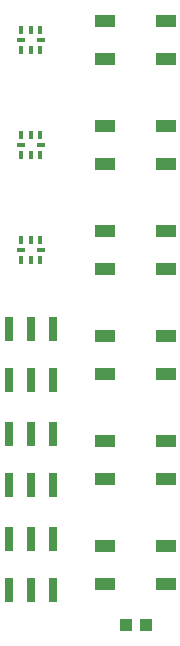
<source format=gtp>
G75*
%MOIN*%
%OFA0B0*%
%FSLAX25Y25*%
%IPPOS*%
%LPD*%
%AMOC8*
5,1,8,0,0,1.08239X$1,22.5*
%
%ADD10R,0.06500X0.03937*%
%ADD11R,0.02953X0.08169*%
%ADD12R,0.01575X0.02756*%
%ADD13R,0.02756X0.01575*%
%ADD14R,0.04331X0.03937*%
D10*
X0046354Y0085201D03*
X0046354Y0097799D03*
X0046354Y0120201D03*
X0046354Y0132799D03*
X0046354Y0155201D03*
X0046354Y0167799D03*
X0046354Y0190201D03*
X0046354Y0202799D03*
X0046354Y0225201D03*
X0046354Y0237799D03*
X0046354Y0260201D03*
X0046354Y0272799D03*
X0066646Y0272799D03*
X0066646Y0260201D03*
X0066646Y0237799D03*
X0066646Y0225201D03*
X0066646Y0202799D03*
X0066646Y0190201D03*
X0066646Y0167799D03*
X0066646Y0155201D03*
X0066646Y0132799D03*
X0066646Y0120201D03*
X0066646Y0097799D03*
X0066646Y0085201D03*
D11*
X0014118Y0082986D03*
X0014118Y0100014D03*
X0014118Y0117986D03*
X0014118Y0135014D03*
X0014118Y0152986D03*
X0014118Y0170014D03*
X0021500Y0170014D03*
X0021500Y0152986D03*
X0021500Y0135014D03*
X0021500Y0117986D03*
X0021500Y0100014D03*
X0021500Y0082986D03*
X0028882Y0082986D03*
X0028882Y0100014D03*
X0028882Y0117986D03*
X0028882Y0135014D03*
X0028882Y0152986D03*
X0028882Y0170014D03*
D12*
X0024650Y0193154D03*
X0024650Y0199846D03*
X0021500Y0199846D03*
X0021500Y0193154D03*
X0018350Y0193154D03*
X0018350Y0199846D03*
X0018350Y0228154D03*
X0018350Y0234846D03*
X0021500Y0234846D03*
X0021500Y0228154D03*
X0024650Y0228154D03*
X0024650Y0234846D03*
X0024650Y0263154D03*
X0024650Y0269846D03*
X0021500Y0269846D03*
X0018350Y0269846D03*
X0018350Y0263154D03*
X0021500Y0263154D03*
D13*
X0018154Y0266500D03*
X0024846Y0266500D03*
X0024846Y0231500D03*
X0018154Y0231500D03*
X0018154Y0196500D03*
X0024846Y0196500D03*
D14*
X0053154Y0071500D03*
X0059846Y0071500D03*
M02*

</source>
